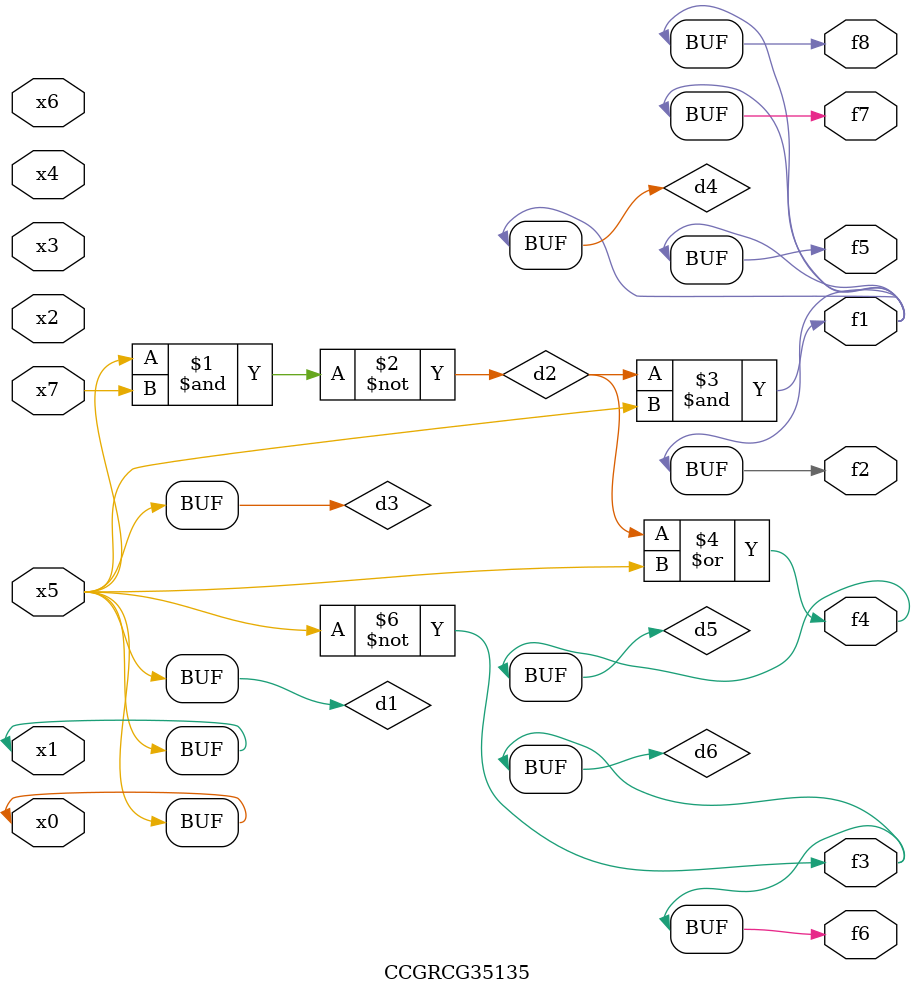
<source format=v>
module CCGRCG35135(
	input x0, x1, x2, x3, x4, x5, x6, x7,
	output f1, f2, f3, f4, f5, f6, f7, f8
);

	wire d1, d2, d3, d4, d5, d6;

	buf (d1, x0, x5);
	nand (d2, x5, x7);
	buf (d3, x0, x1);
	and (d4, d2, d3);
	or (d5, d2, d3);
	nor (d6, d1, d3);
	assign f1 = d4;
	assign f2 = d4;
	assign f3 = d6;
	assign f4 = d5;
	assign f5 = d4;
	assign f6 = d6;
	assign f7 = d4;
	assign f8 = d4;
endmodule

</source>
